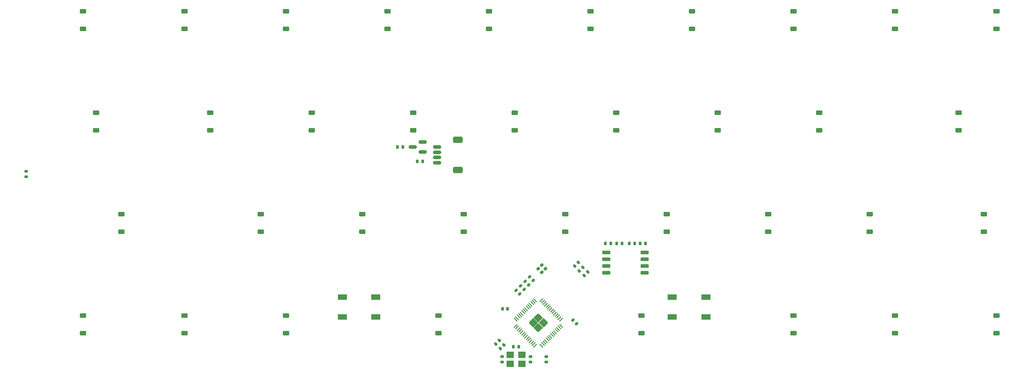
<source format=gbp>
%TF.GenerationSoftware,KiCad,Pcbnew,8.0.5*%
%TF.CreationDate,2024-10-22T20:51:29-04:00*%
%TF.ProjectId,trad,74726164-2e6b-4696-9361-645f70636258,rev?*%
%TF.SameCoordinates,PX1c62fe0PY650e7e0*%
%TF.FileFunction,Paste,Bot*%
%TF.FilePolarity,Positive*%
%FSLAX46Y46*%
G04 Gerber Fmt 4.6, Leading zero omitted, Abs format (unit mm)*
G04 Created by KiCad (PCBNEW 8.0.5) date 2024-10-22 20:51:29*
%MOMM*%
%LPD*%
G01*
G04 APERTURE LIST*
G04 Aperture macros list*
%AMRoundRect*
0 Rectangle with rounded corners*
0 $1 Rounding radius*
0 $2 $3 $4 $5 $6 $7 $8 $9 X,Y pos of 4 corners*
0 Add a 4 corners polygon primitive as box body*
4,1,4,$2,$3,$4,$5,$6,$7,$8,$9,$2,$3,0*
0 Add four circle primitives for the rounded corners*
1,1,$1+$1,$2,$3*
1,1,$1+$1,$4,$5*
1,1,$1+$1,$6,$7*
1,1,$1+$1,$8,$9*
0 Add four rect primitives between the rounded corners*
20,1,$1+$1,$2,$3,$4,$5,0*
20,1,$1+$1,$4,$5,$6,$7,0*
20,1,$1+$1,$6,$7,$8,$9,0*
20,1,$1+$1,$8,$9,$2,$3,0*%
%AMFreePoly0*
4,1,19,0.563745,0.600348,0.608674,0.548496,0.619677,0.497915,0.619677,-0.497915,0.600348,-0.563745,0.548496,-0.608674,0.497915,-0.619677,-0.497915,-0.619677,-0.563745,-0.600348,-0.608674,-0.548496,-0.619677,-0.497915,-0.619677,0.397045,-0.600348,0.462875,-0.584014,0.483144,-0.483144,0.584014,-0.422927,0.616893,-0.397045,0.619677,0.497915,0.619677,0.563745,0.600348,0.563745,0.600348,
$1*%
%AMFreePoly1*
4,1,19,0.563745,0.600348,0.608674,0.548496,0.619677,0.497915,0.619677,-0.497915,0.600348,-0.563745,0.548496,-0.608674,0.497915,-0.619677,-0.397045,-0.619677,-0.462875,-0.600348,-0.483144,-0.584014,-0.584014,-0.483144,-0.616893,-0.422927,-0.619677,-0.397045,-0.619677,0.497915,-0.600348,0.563745,-0.548496,0.608674,-0.497915,0.619677,0.497915,0.619677,0.563745,0.600348,0.563745,0.600348,
$1*%
%AMFreePoly2*
4,1,19,0.462875,0.600348,0.483144,0.584014,0.584014,0.483144,0.616893,0.422927,0.619677,0.397045,0.619677,-0.497915,0.600348,-0.563745,0.548496,-0.608674,0.497915,-0.619677,-0.497915,-0.619677,-0.563745,-0.600348,-0.608674,-0.548496,-0.619677,-0.497915,-0.619677,0.497915,-0.600348,0.563745,-0.548496,0.608674,-0.497915,0.619677,0.397045,0.619677,0.462875,0.600348,0.462875,0.600348,
$1*%
%AMFreePoly3*
4,1,19,0.563745,0.600348,0.608674,0.548496,0.619677,0.497915,0.619677,-0.397045,0.600348,-0.462875,0.584014,-0.483144,0.483144,-0.584014,0.422927,-0.616893,0.397045,-0.619677,-0.497915,-0.619677,-0.563745,-0.600348,-0.608674,-0.548496,-0.619677,-0.497915,-0.619677,0.497915,-0.600348,0.563745,-0.548496,0.608674,-0.497915,0.619677,0.497915,0.619677,0.563745,0.600348,0.563745,0.600348,
$1*%
G04 Aperture macros list end*
%ADD10RoundRect,0.140000X0.219203X0.021213X0.021213X0.219203X-0.219203X-0.021213X-0.021213X-0.219203X0*%
%ADD11RoundRect,0.225000X0.375000X-0.225000X0.375000X0.225000X-0.375000X0.225000X-0.375000X-0.225000X0*%
%ADD12RoundRect,0.140000X-0.021213X0.219203X-0.219203X0.021213X0.021213X-0.219203X0.219203X-0.021213X0*%
%ADD13R,1.700000X1.000000*%
%ADD14RoundRect,0.135000X-0.135000X-0.185000X0.135000X-0.185000X0.135000X0.185000X-0.135000X0.185000X0*%
%ADD15RoundRect,0.140000X0.140000X0.170000X-0.140000X0.170000X-0.140000X-0.170000X0.140000X-0.170000X0*%
%ADD16RoundRect,0.150000X0.650000X0.150000X-0.650000X0.150000X-0.650000X-0.150000X0.650000X-0.150000X0*%
%ADD17RoundRect,0.140000X0.170000X-0.140000X0.170000X0.140000X-0.170000X0.140000X-0.170000X-0.140000X0*%
%ADD18RoundRect,0.150000X0.587500X0.150000X-0.587500X0.150000X-0.587500X-0.150000X0.587500X-0.150000X0*%
%ADD19R,1.400000X1.200000*%
%ADD20RoundRect,0.135000X-0.226274X-0.035355X-0.035355X-0.226274X0.226274X0.035355X0.035355X0.226274X0*%
%ADD21RoundRect,0.140000X0.021213X-0.219203X0.219203X-0.021213X-0.021213X0.219203X-0.219203X0.021213X0*%
%ADD22RoundRect,0.140000X-0.170000X0.140000X-0.170000X-0.140000X0.170000X-0.140000X0.170000X0.140000X0*%
%ADD23RoundRect,0.150000X-0.625000X0.150000X-0.625000X-0.150000X0.625000X-0.150000X0.625000X0.150000X0*%
%ADD24RoundRect,0.250000X-0.650000X0.350000X-0.650000X-0.350000X0.650000X-0.350000X0.650000X0.350000X0*%
%ADD25RoundRect,0.140000X-0.140000X-0.170000X0.140000X-0.170000X0.140000X0.170000X-0.140000X0.170000X0*%
%ADD26RoundRect,0.135000X0.185000X-0.135000X0.185000X0.135000X-0.185000X0.135000X-0.185000X-0.135000X0*%
%ADD27RoundRect,0.140000X-0.219203X-0.021213X-0.021213X-0.219203X0.219203X0.021213X0.021213X0.219203X0*%
%ADD28FreePoly0,135.000000*%
%ADD29FreePoly1,135.000000*%
%ADD30FreePoly2,135.000000*%
%ADD31FreePoly3,135.000000*%
%ADD32RoundRect,0.050000X0.309359X-0.238649X-0.238649X0.309359X-0.309359X0.238649X0.238649X-0.309359X0*%
%ADD33RoundRect,0.050000X0.309359X0.238649X0.238649X0.309359X-0.309359X-0.238649X-0.238649X-0.309359X0*%
G04 APERTURE END LIST*
D10*
%TO.C,C_3V-Decoup1*%
X94408022Y14338557D03*
X93729200Y15017379D03*
%TD*%
D11*
%TO.C,D30*%
X31551536Y6982023D03*
X31551536Y10282023D03*
%TD*%
D12*
%TO.C,C_3V-Decoup6*%
X91422147Y4804250D03*
X90743325Y4125428D03*
%TD*%
D13*
%TO.C,SW2*%
X123056146Y10006239D03*
X129356144Y10006239D03*
X123056146Y13806239D03*
X129356144Y13806239D03*
%TD*%
D11*
%TO.C,D36*%
X183951408Y6982023D03*
X183951408Y10282023D03*
%TD*%
D14*
%TO.C,R_Crystal1*%
X93251641Y4464839D03*
X94271639Y4464839D03*
%TD*%
D15*
%TO.C,C_LD2*%
X76199937Y39290591D03*
X75239937Y39290591D03*
%TD*%
D11*
%TO.C,D33*%
X117276464Y6982023D03*
X117276464Y10282023D03*
%TD*%
D16*
%TO.C,U2*%
X117899904Y22145608D03*
X117899904Y20875608D03*
X117899904Y19605608D03*
X117899904Y18335608D03*
X110699904Y18335608D03*
X110699904Y19605608D03*
X110699904Y20875608D03*
X110699904Y22145608D03*
%TD*%
D11*
%TO.C,D4*%
X69651504Y64131975D03*
X69651504Y67431975D03*
%TD*%
D14*
%TO.C,R_Flash2*%
X114980529Y23812479D03*
X116000527Y23812479D03*
%TD*%
D15*
%TO.C,C_LD1*%
X72468219Y41981215D03*
X71508219Y41981215D03*
%TD*%
D11*
%TO.C,D2*%
X31551536Y64131976D03*
X31551536Y67431976D03*
%TD*%
D10*
%TO.C,C_3V-Decoup2*%
X96091818Y16022353D03*
X95412996Y16701175D03*
%TD*%
D11*
%TO.C,D21*%
X45839024Y26032008D03*
X45839024Y29332008D03*
%TD*%
%TO.C,D9*%
X164901424Y64131976D03*
X164901424Y67431976D03*
%TD*%
D17*
%TO.C,C_Crystal1*%
X96440544Y1603591D03*
X96440544Y2563591D03*
%TD*%
D11*
%TO.C,D27*%
X160138928Y26032007D03*
X160138928Y29332007D03*
%TD*%
%TO.C,D24*%
X102988976Y26032007D03*
X102988976Y29332007D03*
%TD*%
D18*
%TO.C,U3*%
X76199936Y42931215D03*
X76199936Y41031215D03*
X74324935Y41981215D03*
%TD*%
D11*
%TO.C,D13*%
X55364016Y45081992D03*
X55364016Y48381992D03*
%TD*%
D19*
%TO.C,Y1*%
X92661640Y2933591D03*
X94861640Y2933591D03*
X94861640Y1233591D03*
X92661640Y1233591D03*
%TD*%
D20*
%TO.C,R_DATA2*%
X97865856Y19112952D03*
X98587104Y18391704D03*
%TD*%
D21*
%TO.C,C_3V-Decoup9*%
X105626125Y18710572D03*
X106304947Y19389394D03*
%TD*%
D11*
%TO.C,D31*%
X50601520Y6982023D03*
X50601520Y10282023D03*
%TD*%
%TO.C,D18*%
X150613935Y45081992D03*
X150613935Y48381992D03*
%TD*%
D22*
%TO.C,C_3V-Decoup4*%
X99417104Y2563591D03*
X99417104Y1603591D03*
%TD*%
D11*
%TO.C,D14*%
X74414000Y45081992D03*
X74414000Y48381992D03*
%TD*%
%TO.C,D7*%
X126801456Y64131976D03*
X126801456Y67431976D03*
%TD*%
%TO.C,D35*%
X164901424Y6982023D03*
X164901424Y10282023D03*
%TD*%
%TO.C,D11*%
X14882800Y45081992D03*
X14882800Y48381992D03*
%TD*%
%TO.C,D34*%
X145851440Y6982023D03*
X145851440Y10282023D03*
%TD*%
%TO.C,D1*%
X12501552Y64131976D03*
X12501552Y67431976D03*
%TD*%
%TO.C,D29*%
X12501552Y6982023D03*
X12501552Y10282023D03*
%TD*%
%TO.C,D5*%
X88701488Y64131975D03*
X88701488Y67431975D03*
%TD*%
%TO.C,D26*%
X141088944Y26032007D03*
X141088944Y29332007D03*
%TD*%
%TO.C,D8*%
X145851440Y64131976D03*
X145851440Y67431976D03*
%TD*%
D15*
%TO.C,C_3V-Decoup8*%
X92158048Y11608583D03*
X91198048Y11608583D03*
%TD*%
D11*
%TO.C,D19*%
X176807664Y45081990D03*
X176807664Y48381990D03*
%TD*%
%TO.C,D20*%
X19645296Y26032007D03*
X19645296Y29332007D03*
%TD*%
D17*
%TO.C,C_Crystal2*%
X91082737Y1603591D03*
X91082737Y2563591D03*
%TD*%
D21*
%TO.C,C_3V-Decoup3*%
X104733157Y19603540D03*
X105411979Y20282362D03*
%TD*%
D11*
%TO.C,D12*%
X36314032Y45081992D03*
X36314032Y48381992D03*
%TD*%
%TO.C,D6*%
X107751472Y64131975D03*
X107751472Y67431975D03*
%TD*%
D14*
%TO.C,R_Flash1*%
X112599281Y23812479D03*
X113619279Y23812479D03*
%TD*%
D23*
%TO.C,J1*%
X78962432Y41981215D03*
X78962432Y40981215D03*
X78962432Y39981215D03*
X78962432Y38981215D03*
D24*
X82837432Y43281215D03*
X82837432Y37681215D03*
%TD*%
D11*
%TO.C,D25*%
X122038960Y26032007D03*
X122038960Y29332007D03*
%TD*%
D10*
%TO.C,C_1V-Decoup3*%
X96933716Y16864251D03*
X96254894Y17543073D03*
%TD*%
D20*
%TO.C,R_DATA1*%
X98557604Y19804699D03*
X99278852Y19083451D03*
%TD*%
D11*
%TO.C,D17*%
X131563952Y45081991D03*
X131563952Y48381991D03*
%TD*%
D25*
%TO.C,C_Flash1*%
X110545688Y23812479D03*
X111505688Y23812479D03*
%TD*%
D26*
%TO.C,R_RST1*%
X1785936Y36399345D03*
X1785936Y37419343D03*
%TD*%
D11*
%TO.C,D23*%
X83938992Y26032007D03*
X83938992Y29332007D03*
%TD*%
%TO.C,D22*%
X64889007Y26032007D03*
X64889007Y29332007D03*
%TD*%
%TO.C,D15*%
X93463984Y45081992D03*
X93463984Y48381992D03*
%TD*%
D27*
%TO.C,C_3V-Decoup5*%
X104375116Y9422851D03*
X105053938Y8744029D03*
%TD*%
D10*
%TO.C,C_3V-Decoup7*%
X95249920Y15180455D03*
X94571098Y15859277D03*
%TD*%
D11*
%TO.C,D10*%
X183951408Y64131976D03*
X183951408Y67431976D03*
%TD*%
D21*
%TO.C,C_1V-Decoup2*%
X106519093Y17817604D03*
X107197915Y18496426D03*
%TD*%
D11*
%TO.C,D32*%
X79176496Y6982023D03*
X79176496Y10282023D03*
%TD*%
D13*
%TO.C,SW1*%
X61143697Y10006239D03*
X67443695Y10006239D03*
X61143697Y13806239D03*
X67443695Y13806239D03*
%TD*%
D28*
%TO.C,U1*%
X97928824Y7975085D03*
D29*
X98883418Y8929679D03*
D30*
X96974230Y8929679D03*
D31*
X97928824Y9884273D03*
D32*
X102197981Y8337477D03*
X101915138Y8054634D03*
X101632296Y7771792D03*
X101349453Y7488949D03*
X101066610Y7206106D03*
X100783768Y6923264D03*
X100500925Y6640421D03*
X100218082Y6357578D03*
X99935239Y6074735D03*
X99652397Y5791893D03*
X99369554Y5509050D03*
X99086711Y5226207D03*
X98803869Y4943365D03*
X98521026Y4660522D03*
D33*
X97336622Y4660522D03*
X97053779Y4943365D03*
X96770937Y5226207D03*
X96488094Y5509050D03*
X96205251Y5791893D03*
X95922409Y6074735D03*
X95639566Y6357578D03*
X95356723Y6640421D03*
X95073880Y6923264D03*
X94791038Y7206106D03*
X94508195Y7488949D03*
X94225352Y7771792D03*
X93942510Y8054634D03*
X93659667Y8337477D03*
D32*
X93659667Y9521881D03*
X93942510Y9804724D03*
X94225352Y10087566D03*
X94508195Y10370409D03*
X94791038Y10653252D03*
X95073880Y10936094D03*
X95356723Y11218937D03*
X95639566Y11501780D03*
X95922409Y11784623D03*
X96205251Y12067465D03*
X96488094Y12350308D03*
X96770937Y12633151D03*
X97053779Y12915993D03*
X97336622Y13198836D03*
D33*
X98521026Y13198836D03*
X98803869Y12915993D03*
X99086711Y12633151D03*
X99369554Y12350308D03*
X99652397Y12067465D03*
X99935239Y11784623D03*
X100218082Y11501780D03*
X100500925Y11218937D03*
X100783768Y10936094D03*
X101066610Y10653252D03*
X101349453Y10370409D03*
X101632296Y10087566D03*
X101915138Y9804724D03*
X102197981Y9521881D03*
%TD*%
D11*
%TO.C,D3*%
X50601520Y64131976D03*
X50601520Y67431976D03*
%TD*%
D12*
%TO.C,C_1V-Decoup1*%
X90580248Y5646149D03*
X89901426Y4967327D03*
%TD*%
D11*
%TO.C,D16*%
X112513968Y45081991D03*
X112513968Y48381991D03*
%TD*%
D14*
%TO.C,R_Flash3*%
X117064121Y23812479D03*
X118084119Y23812479D03*
%TD*%
D11*
%TO.C,D28*%
X181570160Y26032007D03*
X181570160Y29332007D03*
%TD*%
M02*

</source>
